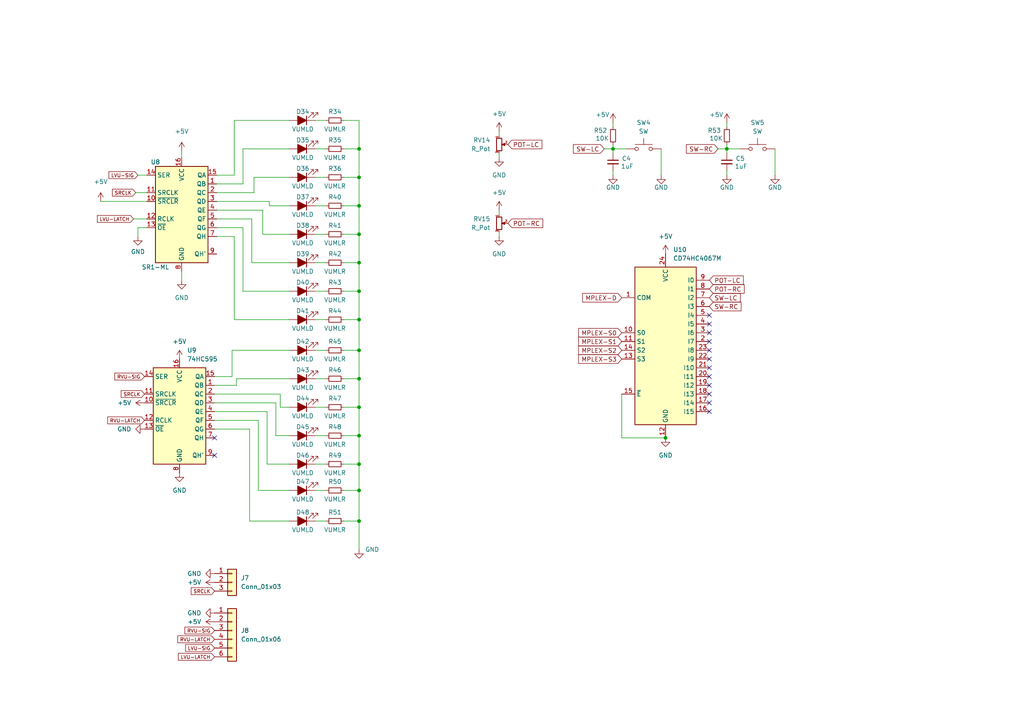
<source format=kicad_sch>
(kicad_sch (version 20231120) (generator "eeschema") (generator_version "8.0")
  (paper "A4")
  (lib_symbols
    (symbol "74xx:74HC595"
      (property "Reference" "U" (at -7.62 13.97 0))
      (property "Value" "74HC595" (at -7.62 -16.51 0))
      (symbol "74HC595_1_0"
        (pin tri_state line (at 10.16 7.62 180) (length 2.54) (name "QB") (number "1"))
        (pin input line (at -10.16 2.54 0) (length 2.54) (name "~{SRCLR}") (number "10"))
        (pin input line (at -10.16 5.08 0) (length 2.54) (name "SRCLK") (number "11"))
        (pin input line (at -10.16 -2.54 0) (length 2.54) (name "RCLK") (number "12"))
        (pin input line (at -10.16 -5.08 0) (length 2.54) (name "~{OE}") (number "13"))
        (pin input line (at -10.16 10.16 0) (length 2.54) (name "SER") (number "14"))
        (pin tri_state line (at 10.16 10.16 180) (length 2.54) (name "QA") (number "15"))
        (pin power_in line (at 0 15.24 270) (length 2.54) (name "VCC") (number "16"))
        (pin tri_state line (at 10.16 5.08 180) (length 2.54) (name "QC") (number "2"))
        (pin tri_state line (at 10.16 2.54 180) (length 2.54) (name "QD") (number "3"))
        (pin tri_state line (at 10.16 0 180) (length 2.54) (name "QE") (number "4"))
        (pin tri_state line (at 10.16 -2.54 180) (length 2.54) (name "QF") (number "5"))
        (pin tri_state line (at 10.16 -5.08 180) (length 2.54) (name "QG") (number "6"))
        (pin tri_state line (at 10.16 -7.62 180) (length 2.54) (name "QH") (number "7"))
        (pin power_in line (at 0 -17.78 90) (length 2.54) (name "GND") (number "8"))
        (pin output line (at 10.16 -12.7 180) (length 2.54) (name "QH'") (number "9"))
      )
      (symbol "74HC595_1_1"
        (rectangle (start -7.62 12.7) (end 7.62 -15.24) (stroke (width 0.254)) (fill (type background)))
      )
    )
    (symbol "74xx:CD74HC4067M"
      (property "Reference" "U" (at -8.89 22.86 0))
      (property "Value" "CD74HC4067M" (at 1.27 22.86 0))
      (symbol "CD74HC4067M_0_1"
        (rectangle (start -8.89 21.59) (end 8.89 -24.13) (stroke (width 0.254)) (fill (type background)))
      )
      (symbol "CD74HC4067M_1_1"
        (pin passive line (at -12.7 12.7 0) (length 3.81) (name "COM") (number "1"))
        (pin input line (at -12.7 2.54 0) (length 3.81) (name "S0") (number "10"))
        (pin input line (at -12.7 0 0) (length 3.81) (name "S1") (number "11"))
        (pin power_in line (at 0 -27.94 90) (length 3.81) (name "GND") (number "12"))
        (pin input line (at -12.7 -5.08 0) (length 3.81) (name "S3") (number "13"))
        (pin input line (at -12.7 -2.54 0) (length 3.81) (name "S2") (number "14"))
        (pin input line (at -12.7 -15.24 0) (length 3.81) (name "~{E}") (number "15"))
        (pin passive line (at 12.7 -20.32 180) (length 3.81) (name "I15") (number "16"))
        (pin passive line (at 12.7 -17.78 180) (length 3.81) (name "I14") (number "17"))
        (pin passive line (at 12.7 -15.24 180) (length 3.81) (name "I13") (number "18"))
        (pin passive line (at 12.7 -12.7 180) (length 3.81) (name "I12") (number "19"))
        (pin passive line (at 12.7 0 180) (length 3.81) (name "I7") (number "2"))
        (pin passive line (at 12.7 -10.16 180) (length 3.81) (name "I11") (number "20"))
        (pin passive line (at 12.7 -7.62 180) (length 3.81) (name "I10") (number "21"))
        (pin passive line (at 12.7 -5.08 180) (length 3.81) (name "I9") (number "22"))
        (pin passive line (at 12.7 -2.54 180) (length 3.81) (name "I8") (number "23"))
        (pin power_in line (at 0 25.4 270) (length 3.81) (name "VCC") (number "24"))
        (pin passive line (at 12.7 2.54 180) (length 3.81) (name "I6") (number "3"))
        (pin passive line (at 12.7 5.08 180) (length 3.81) (name "I5") (number "4"))
        (pin passive line (at 12.7 7.62 180) (length 3.81) (name "I4") (number "5"))
        (pin passive line (at 12.7 10.16 180) (length 3.81) (name "I3") (number "6"))
        (pin passive line (at 12.7 12.7 180) (length 3.81) (name "I2") (number "7"))
        (pin passive line (at 12.7 15.24 180) (length 3.81) (name "I1") (number "8"))
        (pin passive line (at 12.7 17.78 180) (length 3.81) (name "I0") (number "9"))
      )
    )
    (symbol "Connector_Generic:Conn_01x03" (pin_names (offset 1.016) hide)
      (property "Reference" "J" (at 0 5.08 0))
      (property "Value" "Conn_01x03" (at 0 -5.08 0))
      (symbol "Conn_01x03_1_1"
        (rectangle (start -1.27 -2.413) (end 0 -2.667) (stroke (width 0.1524)))
        (rectangle (start -1.27 0.127) (end 0 -0.127) (stroke (width 0.1524)))
        (rectangle (start -1.27 2.667) (end 0 2.413) (stroke (width 0.1524)))
        (rectangle (start -1.27 3.81) (end 1.27 -3.81) (stroke (width 0.254)) (fill (type background)))
        (pin passive line (at -5.08 2.54 0) (length 3.81) (name "Pin_1") (number "1"))
        (pin passive line (at -5.08 0 0) (length 3.81) (name "Pin_2") (number "2"))
        (pin passive line (at -5.08 -2.54 0) (length 3.81) (name "Pin_3") (number "3"))
      )
    )
    (symbol "Connector_Generic:Conn_01x06" (pin_names (offset 1.016) hide)
      (property "Reference" "J" (at 0 7.62 0))
      (property "Value" "Conn_01x06" (at 0 -10.16 0))
      (symbol "Conn_01x06_1_1"
        (rectangle (start -1.27 -7.493) (end 0 -7.747) (stroke (width 0.1524)))
        (rectangle (start -1.27 -4.953) (end 0 -5.207) (stroke (width 0.1524)))
        (rectangle (start -1.27 -2.413) (end 0 -2.667) (stroke (width 0.1524)))
        (rectangle (start -1.27 0.127) (end 0 -0.127) (stroke (width 0.1524)))
        (rectangle (start -1.27 2.667) (end 0 2.413) (stroke (width 0.1524)))
        (rectangle (start -1.27 5.207) (end 0 4.953) (stroke (width 0.1524)))
        (rectangle (start -1.27 6.35) (end 1.27 -8.89) (stroke (width 0.254)) (fill (type background)))
        (pin passive line (at -5.08 5.08 0) (length 3.81) (name "Pin_1") (number "1"))
        (pin passive line (at -5.08 2.54 0) (length 3.81) (name "Pin_2") (number "2"))
        (pin passive line (at -5.08 0 0) (length 3.81) (name "Pin_3") (number "3"))
        (pin passive line (at -5.08 -2.54 0) (length 3.81) (name "Pin_4") (number "4"))
        (pin passive line (at -5.08 -5.08 0) (length 3.81) (name "Pin_5") (number "5"))
        (pin passive line (at -5.08 -7.62 0) (length 3.81) (name "Pin_6") (number "6"))
      )
    )
    (symbol "Device:C_Small" (pin_numbers hide) (pin_names (offset 0.254) hide)
      (property "Reference" "C" (at 0.254 1.778 0))
      (property "Value" "C_Small" (at 0.254 -2.032 0))
      (symbol "C_Small_0_1"
        (polyline (pts (xy -1.524 -0.508) (xy 1.524 -0.508)) (stroke (width 0.3302)))
        (polyline (pts (xy -1.524 0.508) (xy 1.524 0.508)) (stroke (width 0.3048)))
      )
      (symbol "C_Small_1_1"
        (pin passive line (at 0 2.54 270) (length 2.032) (name "~") (number "1"))
        (pin passive line (at 0 -2.54 90) (length 2.032) (name "~") (number "2"))
      )
    )
    (symbol "Device:LED_Filled" (pin_numbers hide) (pin_names (offset 1.016) hide)
      (property "Reference" "D" (at 0 2.54 0))
      (property "Value" "LED_Filled" (at 0 -2.54 0))
      (symbol "LED_Filled_0_1"
        (polyline (pts (xy -1.27 -1.27) (xy -1.27 1.27)) (stroke (width 0.254)))
        (polyline (pts (xy -1.27 0) (xy 1.27 0)))
        (polyline (pts (xy 1.27 -1.27) (xy 1.27 1.27) (xy -1.27 0) (xy 1.27 -1.27)) (stroke (width 0.254)) (fill (type outline)))
        (polyline (pts (xy -3.048 -0.762) (xy -4.572 -2.286) (xy -3.81 -2.286) (xy -4.572 -2.286) (xy -4.572 -1.524)))
        (polyline (pts (xy -1.778 -0.762) (xy -3.302 -2.286) (xy -2.54 -2.286) (xy -3.302 -2.286) (xy -3.302 -1.524)))
      )
      (symbol "LED_Filled_1_1"
        (pin passive line (at -3.81 0 0) (length 2.54) (name "K") (number "1"))
        (pin passive line (at 3.81 0 180) (length 2.54) (name "A") (number "2"))
      )
    )
    (symbol "Device:R_Potentiometer_Small" (pin_names (offset 1.016) hide)
      (property "Reference" "RV" (at -4.445 0 90))
      (property "Value" "R_Potentiometer_Small" (at -2.54 0 90))
      (symbol "R_Potentiometer_Small_0_1"
        (polyline (pts (xy 0.889 0) (xy 0.635 0) (xy 1.651 0.381) (xy 1.651 -0.381) (xy 0.635 0) (xy 0.889 0)) (fill (type outline)))
        (rectangle (start 0.762 1.8034) (end -0.762 -1.8034) (stroke (width 0.254)))
      )
      (symbol "R_Potentiometer_Small_1_1"
        (pin passive line (at 0 2.54 270) (length 0.635) (name "1") (number "1"))
        (pin passive line (at 2.54 0 180) (length 0.9906) (name "2") (number "2"))
        (pin passive line (at 0 -2.54 90) (length 0.635) (name "3") (number "3"))
      )
    )
    (symbol "Device:R_Small" (pin_numbers hide) (pin_names (offset 0.254) hide)
      (property "Reference" "R" (at 0.762 0.508 0))
      (property "Value" "R_Small" (at 0.762 -1.016 0))
      (symbol "R_Small_0_1"
        (rectangle (start -0.762 1.778) (end 0.762 -1.778) (stroke (width 0.2032)))
      )
      (symbol "R_Small_1_1"
        (pin passive line (at 0 2.54 270) (length 0.762) (name "~") (number "1"))
        (pin passive line (at 0 -2.54 90) (length 0.762) (name "~") (number "2"))
      )
    )
    (symbol "Switch:SW_Push" (pin_numbers hide) (pin_names (offset 1.016) hide)
      (property "Reference" "SW" (at 1.27 2.54 0))
      (property "Value" "SW_Push" (at 0 -1.524 0))
      (symbol "SW_Push_0_1"
        (circle (center -2.032 0) (radius 0.508))
        (polyline (pts (xy 0 1.27) (xy 0 3.048)))
        (polyline (pts (xy 2.54 1.27) (xy -2.54 1.27)))
        (circle (center 2.032 0) (radius 0.508))
        (pin passive line (at -5.08 0 0) (length 2.54) (name "1") (number "1"))
        (pin passive line (at 5.08 0 180) (length 2.54) (name "2") (number "2"))
      )
    )
    (symbol "power:+5V" (power) (pin_names (offset 0))
      (property "Value" "+5V" (at 0 3.556 0))
      (symbol "+5V_0_1"
        (polyline (pts (xy -0.762 1.27) (xy 0 2.54)))
        (polyline (pts (xy 0 0) (xy 0 2.54)))
        (polyline (pts (xy 0 2.54) (xy 0.762 1.27)))
      )
      (symbol "+5V_1_1"
        (pin power_in line (at 0 0 90) (length 0) hide (name "+5V") (number "1"))
      )
    )
    (symbol "power:GND" (power) (pin_names (offset 0))
      (property "Value" "GND" (at 0 -3.81 0))
      (symbol "GND_0_1"
        (polyline (pts (xy 0 0) (xy 0 -1.27) (xy 1.27 -1.27) (xy 0 -2.54) (xy -1.27 -1.27) (xy 0 -1.27)))
      )
      (symbol "GND_1_1"
        (pin power_in line (at 0 0 270) (length 0) hide (name "GND") (number "1"))
      )
    )
  )
  (junction (at 104.14 126.365) (diameter 0.9144))
  (junction (at 177.8 43.18))
  (junction (at 104.14 76.2) (diameter 0.9144))
  (junction (at 104.14 151.13) (diameter 0.9144))
  (junction (at 104.14 84.455) (diameter 0.9144))
  (junction (at 104.14 92.71) (diameter 0.9144))
  (junction (at 104.14 51.435) (diameter 0.9144))
  (junction (at 104.14 134.62) (diameter 0.9144))
  (junction (at 193.04 127))
  (junction (at 104.14 142.24))
  (junction (at 104.14 101.6) (diameter 0.9144))
  (junction (at 104.14 59.69) (diameter 0.9144))
  (junction (at 104.14 118.11) (diameter 0.9144))
  (junction (at 104.14 67.945) (diameter 0.9144))
  (junction (at 210.82 43.18))
  (junction (at 104.14 43.18) (diameter 0.9144))
  (junction (at 104.14 109.855) (diameter 0.9144))
  (no_connect (at 205.74 104.14))
  (no_connect (at 205.74 119.38))
  (no_connect (at 205.74 106.68))
  (no_connect (at 205.74 99.06))
  (no_connect (at 205.74 93.98))
  (no_connect (at 62.23 127))
  (no_connect (at 205.74 96.52))
  (no_connect (at 205.74 109.22))
  (no_connect (at 205.74 111.76))
  (no_connect (at 205.74 101.6))
  (no_connect (at 205.74 91.44))
  (no_connect (at 205.74 116.84))
  (no_connect (at 62.23 132.08))
  (no_connect (at 205.74 114.3))
  (wire (pts (xy 74.93 142.24) (xy 83.82 142.24)))
  (wire (pts (xy 99.695 118.11) (xy 104.14 118.11)))
  (wire (pts (xy 99.695 43.18) (xy 104.14 43.18)))
  (wire (pts (xy 83.82 134.62) (xy 77.47 134.62)))
  (wire (pts (xy 91.44 67.945) (xy 94.615 67.945)))
  (wire (pts (xy 62.865 60.96) (xy 76.2 60.96)))
  (wire (pts (xy 104.14 151.13) (xy 104.14 159.385)))
  (wire (pts (xy 40.005 66.04) (xy 42.545 66.04)))
  (wire (pts (xy 73.025 76.2) (xy 83.82 76.2)))
  (wire (pts (xy 144.78 60.96) (xy 144.78 62.23)))
  (wire (pts (xy 177.8 44.45) (xy 177.8 43.18)))
  (wire (pts (xy 91.44 59.69) (xy 94.615 59.69)))
  (wire (pts (xy 62.23 124.46) (xy 72.39 124.46)))
  (wire (pts (xy 104.14 43.18) (xy 104.14 51.435)))
  (wire (pts (xy 91.44 109.855) (xy 94.615 109.855)))
  (wire (pts (xy 91.44 118.11) (xy 94.615 118.11)))
  (wire (pts (xy 91.44 43.18) (xy 94.615 43.18)))
  (wire (pts (xy 91.44 84.455) (xy 94.615 84.455)))
  (wire (pts (xy 81.28 118.11) (xy 83.82 118.11)))
  (wire (pts (xy 91.44 101.6) (xy 94.615 101.6)))
  (wire (pts (xy 62.865 53.34) (xy 70.485 53.34)))
  (wire (pts (xy 208.28 43.18) (xy 210.82 43.18)))
  (wire (pts (xy 62.23 109.22) (xy 67.31 109.22)))
  (wire (pts (xy 99.695 51.435) (xy 104.14 51.435)))
  (wire (pts (xy 91.44 126.365) (xy 94.615 126.365)))
  (wire (pts (xy 99.695 109.855) (xy 104.14 109.855)))
  (wire (pts (xy 62.23 119.38) (xy 77.47 119.38)))
  (wire (pts (xy 70.485 53.34) (xy 70.485 43.18)))
  (wire (pts (xy 177.8 43.18) (xy 177.8 41.91)))
  (wire (pts (xy 210.82 43.18) (xy 214.63 43.18)))
  (wire (pts (xy 67.945 92.71) (xy 83.82 92.71)))
  (wire (pts (xy 62.23 114.3) (xy 81.28 114.3)))
  (wire (pts (xy 52.705 78.74) (xy 52.705 81.28)))
  (wire (pts (xy 67.945 34.925) (xy 67.945 50.8)))
  (wire (pts (xy 40.005 50.8) (xy 42.545 50.8)))
  (wire (pts (xy 81.28 114.3) (xy 81.28 118.11)))
  (wire (pts (xy 68.58 109.855) (xy 68.58 111.76)))
  (wire (pts (xy 83.82 109.855) (xy 68.58 109.855)))
  (wire (pts (xy 70.485 43.18) (xy 83.82 43.18)))
  (wire (pts (xy 62.865 63.5) (xy 73.025 63.5)))
  (wire (pts (xy 80.01 126.365) (xy 83.82 126.365)))
  (wire (pts (xy 91.44 92.71) (xy 94.615 92.71)))
  (wire (pts (xy 99.695 126.365) (xy 104.14 126.365)))
  (wire (pts (xy 62.23 111.76) (xy 68.58 111.76)))
  (wire (pts (xy 62.865 58.42) (xy 78.105 58.42)))
  (wire (pts (xy 104.14 109.855) (xy 104.14 118.11)))
  (wire (pts (xy 99.695 101.6) (xy 104.14 101.6)))
  (wire (pts (xy 180.34 127) (xy 193.04 127)))
  (wire (pts (xy 91.44 142.24) (xy 94.615 142.24)))
  (wire (pts (xy 91.44 134.62) (xy 94.615 134.62)))
  (wire (pts (xy 180.34 114.3) (xy 180.34 127)))
  (wire (pts (xy 70.485 66.04) (xy 70.485 84.455)))
  (wire (pts (xy 210.82 35.56) (xy 210.82 36.83)))
  (wire (pts (xy 104.14 67.945) (xy 104.14 76.2)))
  (wire (pts (xy 67.945 50.8) (xy 62.865 50.8)))
  (wire (pts (xy 104.14 76.2) (xy 104.14 84.455)))
  (wire (pts (xy 52.705 43.815) (xy 52.705 45.72)))
  (wire (pts (xy 104.14 84.455) (xy 104.14 92.71)))
  (wire (pts (xy 144.78 44.45) (xy 144.78 45.72)))
  (wire (pts (xy 104.14 92.71) (xy 104.14 101.6)))
  (wire (pts (xy 104.14 59.69) (xy 104.14 67.945)))
  (wire (pts (xy 99.695 67.945) (xy 104.14 67.945)))
  (wire (pts (xy 67.945 68.58) (xy 67.945 92.71)))
  (wire (pts (xy 78.105 59.69) (xy 83.82 59.69)))
  (wire (pts (xy 99.695 151.13) (xy 104.14 151.13)))
  (wire (pts (xy 62.23 121.92) (xy 74.93 121.92)))
  (wire (pts (xy 104.14 34.925) (xy 104.14 43.18)))
  (wire (pts (xy 62.865 55.88) (xy 73.66 55.88)))
  (wire (pts (xy 76.2 60.96) (xy 76.2 67.945)))
  (wire (pts (xy 67.31 101.6) (xy 67.31 109.22)))
  (wire (pts (xy 80.01 116.84) (xy 80.01 126.365)))
  (wire (pts (xy 91.44 34.925) (xy 94.615 34.925)))
  (wire (pts (xy 74.93 121.92) (xy 74.93 142.24)))
  (wire (pts (xy 83.82 101.6) (xy 67.31 101.6)))
  (wire (pts (xy 99.695 84.455) (xy 104.14 84.455)))
  (wire (pts (xy 224.79 43.18) (xy 224.79 50.8)))
  (wire (pts (xy 177.8 49.53) (xy 177.8 50.8)))
  (wire (pts (xy 91.44 151.13) (xy 94.615 151.13)))
  (wire (pts (xy 210.82 43.18) (xy 210.82 41.91)))
  (wire (pts (xy 104.14 51.435) (xy 104.14 59.69)))
  (wire (pts (xy 104.14 118.11) (xy 104.14 126.365)))
  (wire (pts (xy 77.47 119.38) (xy 77.47 134.62)))
  (wire (pts (xy 38.735 63.5) (xy 42.545 63.5)))
  (wire (pts (xy 210.82 49.53) (xy 210.82 50.8)))
  (wire (pts (xy 62.23 116.84) (xy 80.01 116.84)))
  (wire (pts (xy 191.77 43.18) (xy 191.77 50.8)))
  (wire (pts (xy 83.82 34.925) (xy 67.945 34.925)))
  (wire (pts (xy 76.2 67.945) (xy 83.82 67.945)))
  (wire (pts (xy 99.695 134.62) (xy 104.14 134.62)))
  (wire (pts (xy 72.39 124.46) (xy 72.39 151.13)))
  (wire (pts (xy 73.66 51.435) (xy 83.82 51.435)))
  (wire (pts (xy 91.44 51.435) (xy 94.615 51.435)))
  (wire (pts (xy 99.695 34.925) (xy 104.14 34.925)))
  (wire (pts (xy 144.78 38.1) (xy 144.78 39.37)))
  (wire (pts (xy 62.865 66.04) (xy 70.485 66.04)))
  (wire (pts (xy 175.26 43.18) (xy 177.8 43.18)))
  (wire (pts (xy 99.695 59.69) (xy 104.14 59.69)))
  (wire (pts (xy 144.78 67.31) (xy 144.78 68.58)))
  (wire (pts (xy 73.025 63.5) (xy 73.025 76.2)))
  (wire (pts (xy 40.005 68.58) (xy 40.005 66.04)))
  (wire (pts (xy 210.82 44.45) (xy 210.82 43.18)))
  (wire (pts (xy 99.695 92.71) (xy 104.14 92.71)))
  (wire (pts (xy 29.21 58.42) (xy 42.545 58.42)))
  (wire (pts (xy 91.44 76.2) (xy 94.615 76.2)))
  (wire (pts (xy 99.695 142.24) (xy 104.14 142.24)))
  (wire (pts (xy 39.37 55.88) (xy 42.545 55.88)))
  (wire (pts (xy 70.485 84.455) (xy 83.82 84.455)))
  (wire (pts (xy 73.66 55.88) (xy 73.66 51.435)))
  (wire (pts (xy 104.14 101.6) (xy 104.14 109.855)))
  (wire (pts (xy 104.14 142.24) (xy 104.14 151.13)))
  (wire (pts (xy 72.39 151.13) (xy 83.82 151.13)))
  (wire (pts (xy 99.695 76.2) (xy 104.14 76.2)))
  (wire (pts (xy 104.14 134.62) (xy 104.14 142.24)))
  (wire (pts (xy 62.865 68.58) (xy 67.945 68.58)))
  (wire (pts (xy 104.14 126.365) (xy 104.14 134.62)))
  (wire (pts (xy 78.105 58.42) (xy 78.105 59.69)))
  (wire (pts (xy 177.8 43.18) (xy 181.61 43.18)))
  (wire (pts (xy 177.8 35.56) (xy 177.8 36.83)))
  (global_label "SW-RC" (shape input) (at 208.28 43.18 180) (property "Intersheetrefs" "${INTERSHEET_REFS}" (effects (hide yes))))
  (global_label "POT-RC" (shape input) (at 205.74 83.82 0) (property "Intersheetrefs" "${INTERSHEET_REFS}" (effects (hide yes))))
  (global_label "POT-LC" (shape input) (at 147.32 41.91 0) (property "Intersheetrefs" "${INTERSHEET_REFS}" (effects (hide yes))))
  (global_label "POT-LC" (shape input) (at 205.74 81.28 0) (property "Intersheetrefs" "${INTERSHEET_REFS}" (effects (hide yes))))
  (global_label "LVU-SIG" (shape input) (at 62.23 187.96 180) (effects (font (size 1.016 1.016))) (property "Intersheetrefs" "${INTERSHEET_REFS}" (effects (hide yes))))
  (global_label "RVU-SIG" (shape input) (at 41.91 109.22 180) (effects (font (size 1.016 1.016))) (property "Intersheetrefs" "${INTERSHEET_REFS}" (effects (hide yes))))
  (global_label "RVU-LATCH" (shape input) (at 41.91 121.92 180) (effects (font (size 1.016 1.016))) (property "Intersheetrefs" "${INTERSHEET_REFS}" (effects (hide yes))))
  (global_label "MPLEX-S3" (shape input) (at 180.34 104.14 180) (property "Intersheetrefs" "${INTERSHEET_REFS}" (effects (hide yes))))
  (global_label "SRCLK" (shape input) (at 39.37 55.88 180) (effects (font (size 1.016 1.016))) (property "Intersheetrefs" "${INTERSHEET_REFS}" (effects (hide yes))))
  (global_label "SW-LC" (shape input) (at 175.26 43.18 180) (property "Intersheetrefs" "${INTERSHEET_REFS}" (effects (hide yes))))
  (global_label "MPLEX-S1" (shape input) (at 180.34 99.06 180) (property "Intersheetrefs" "${INTERSHEET_REFS}" (effects (hide yes))))
  (global_label "MPLEX-S0" (shape input) (at 180.34 96.52 180) (property "Intersheetrefs" "${INTERSHEET_REFS}" (effects (hide yes))))
  (global_label "RVU-LATCH" (shape input) (at 62.23 185.42 180) (effects (font (size 1.016 1.016))) (property "Intersheetrefs" "${INTERSHEET_REFS}" (effects (hide yes))))
  (global_label "SRCLK" (shape input) (at 41.91 114.3 180) (effects (font (size 1.016 1.016))) (property "Intersheetrefs" "${INTERSHEET_REFS}" (effects (hide yes))))
  (global_label "LVU-SIG" (shape input) (at 40.005 50.8 180) (effects (font (size 1.016 1.016))) (property "Intersheetrefs" "${INTERSHEET_REFS}" (effects (hide yes))))
  (global_label "SRCLK" (shape input) (at 62.23 171.45 180) (effects (font (size 1.016 1.016))) (property "Intersheetrefs" "${INTERSHEET_REFS}" (effects (hide yes))))
  (global_label "MPLEX-S2" (shape input) (at 180.34 101.6 180) (property "Intersheetrefs" "${INTERSHEET_REFS}" (effects (hide yes))))
  (global_label "MPLEX-D" (shape input) (at 180.34 86.36 180) (property "Intersheetrefs" "${INTERSHEET_REFS}" (effects (hide yes))))
  (global_label "SW-RC" (shape input) (at 205.74 88.9 0) (property "Intersheetrefs" "${INTERSHEET_REFS}" (effects (hide yes))))
  (global_label "LVU-LATCH" (shape input) (at 62.23 190.5 180) (effects (font (size 1.016 1.016))) (property "Intersheetrefs" "${INTERSHEET_REFS}" (effects (hide yes))))
  (global_label "RVU-SIG" (shape input) (at 62.23 182.88 180) (effects (font (size 1.016 1.016))) (property "Intersheetrefs" "${INTERSHEET_REFS}" (effects (hide yes))))
  (global_label "LVU-LATCH" (shape input) (at 38.735 63.5 180) (effects (font (size 1.016 1.016))) (property "Intersheetrefs" "${INTERSHEET_REFS}" (effects (hide yes))))
  (global_label "POT-RC" (shape input) (at 147.32 64.77 0) (property "Intersheetrefs" "${INTERSHEET_REFS}" (effects (hide yes))))
  (global_label "SW-LC" (shape input) (at 205.74 86.36 0) (property "Intersheetrefs" "${INTERSHEET_REFS}" (effects (hide yes))))
  (symbol (lib_id "power:GND") (at 193.04 127 0) (mirror y) (unit 1)
    (property "Reference" "#PWR095" (effects (hide yes)))
    (property "Value" "GND" (at 193.04 132.08 0))
    (property "Description" "Power symbol creates a global label with name \"GND\" , ground" (effects (hide yes)))
  )
  (symbol (lib_id "Device:LED_Filled") (at 87.63 134.62 180) (unit 1)
    (property "Reference" "D46" (at 87.8205 132.08 0))
    (property "Value" "VUMLD" (at 87.8205 137.16 0))
    (property "Footprint" "Library:LED_GREEN" (effects (hide yes)))
  )
  (symbol (lib_id "power:+5V") (at 144.78 60.96 0) (unit 1)
    (property "Reference" "#PWR086" (effects (hide yes)))
    (property "Value" "+5V" (at 144.78 55.88 0))
    (property "Description" "Power symbol creates a global label with name \"+5V\"" (effects (hide yes)))
  )
  (symbol (lib_id "power:GND") (at 41.91 124.46 270) (unit 1)
    (property "Reference" "#PWR074" (effects (hide yes)))
    (property "Value" "GND" (at 38.1 124.4599 90) (effects (justify right)))
  )
  (symbol (lib_id "Device:LED_Filled") (at 87.63 101.6 180) (unit 1)
    (property "Reference" "D42" (at 87.8205 99.06 0))
    (property "Value" "VUMLD" (at 87.8205 104.14 0))
    (property "Footprint" "Library:LED_GREEN" (effects (hide yes)))
  )
  (symbol (lib_id "Device:LED_Filled") (at 87.63 151.13 180) (unit 1)
    (property "Reference" "D48" (at 87.8205 148.59 0))
    (property "Value" "VUMLD" (at 87.8205 153.67 0))
    (property "Footprint" "Library:LED_GREEN" (effects (hide yes)))
  )
  (symbol (lib_id "Device:R_Small") (at 97.155 92.71 270) (unit 1)
    (property "Reference" "R44" (at 97.155 90.17 90))
    (property "Value" "VUMLR" (at 97.155 95.25 90))
    (property "Footprint" "Resistor_SMD:R_1206_3216Metric_Pad1.30x1.75mm_HandSolder" (effects (hide yes)))
  )
  (symbol (lib_id "Device:R_Small") (at 97.155 126.365 270) (unit 1)
    (property "Reference" "R48" (at 97.155 123.825 90))
    (property "Value" "VUMLR" (at 97.155 128.905 90))
    (property "Footprint" "Resistor_SMD:R_1206_3216Metric_Pad1.30x1.75mm_HandSolder" (effects (hide yes)))
  )
  (symbol (lib_id "Device:R_Small") (at 97.155 76.2 270) (unit 1)
    (property "Reference" "R42" (at 97.155 73.66 90))
    (property "Value" "VUMLR" (at 97.155 78.74 90))
    (property "Footprint" "Resistor_SMD:R_1206_3216Metric_Pad1.30x1.75mm_HandSolder" (effects (hide yes)))
  )
  (symbol (lib_id "power:GND") (at 144.78 68.58 0) (mirror y) (unit 1)
    (property "Reference" "#PWR087" (effects (hide yes)))
    (property "Value" "GND" (at 144.78 73.66 0))
    (property "Description" "Power symbol creates a global label with name \"GND\" , ground" (effects (hide yes)))
  )
  (symbol (lib_id "power:GND") (at 224.79 50.8 0) (mirror y) (unit 1)
    (property "Reference" "#PWR093" (effects (hide yes)))
    (property "Value" "GND" (at 224.79 54.356 0))
    (property "Description" "Power symbol creates a global label with name \"GND\" , ground" (effects (hide yes)))
  )
  (symbol (lib_id "power:GND") (at 144.78 45.72 0) (mirror y) (unit 1)
    (property "Reference" "#PWR085" (effects (hide yes)))
    (property "Value" "GND" (at 144.78 50.8 0))
    (property "Description" "Power symbol creates a global label with name \"GND\" , ground" (effects (hide yes)))
  )
  (symbol (lib_id "power:+5V") (at 62.23 180.34 90) (unit 1)
    (property "Reference" "#PWR083" (effects (hide yes)))
    (property "Value" "+5V" (at 58.42 180.3399 90) (effects (justify left)))
  )
  (symbol (lib_id "Switch:SW_Push") (at 219.71 43.18 0) (unit 1)
    (property "Reference" "SW5" (at 219.71 35.56 0))
    (property "Value" "SW" (at 219.71 38.1 0))
    (property "Description" "Push button switch, generic, two pins" (effects (hide yes)))
  )
  (symbol (lib_id "Device:R_Small") (at 97.155 84.455 270) (unit 1)
    (property "Reference" "R43" (at 97.155 81.915 90))
    (property "Value" "VUMLR" (at 97.155 86.995 90))
    (property "Footprint" "Resistor_SMD:R_1206_3216Metric_Pad1.30x1.75mm_HandSolder" (effects (hide yes)))
  )
  (symbol (lib_id "Device:LED_Filled") (at 87.63 67.945 180) (unit 1)
    (property "Reference" "D38" (at 87.8205 65.405 0))
    (property "Value" "VUMLD" (at 87.8205 70.485 0))
    (property "Footprint" "Library:LED_YELLOW" (effects (hide yes)))
  )
  (symbol (lib_id "power:+5V") (at 41.91 116.84 90) (unit 1)
    (property "Reference" "#PWR072" (effects (hide yes)))
    (property "Value" "+5V" (at 38.1 116.8399 90) (effects (justify left)))
  )
  (symbol (lib_id "Device:LED_Filled") (at 87.63 92.71 180) (unit 1)
    (property "Reference" "D41" (at 87.8205 90.17 0))
    (property "Value" "VUMLD" (at 87.8205 95.25 0))
    (property "Footprint" "Library:LED_GREEN" (effects (hide yes)))
  )
  (symbol (lib_id "Device:LED_Filled") (at 87.63 59.69 180) (unit 1)
    (property "Reference" "D37" (at 87.8205 57.15 0))
    (property "Value" "VUMLD" (at 87.8205 62.23 0))
    (property "Footprint" "Library:LED_YELLOW" (effects (hide yes)))
  )
  (symbol (lib_id "power:+5V") (at 144.78 38.1 0) (unit 1)
    (property "Reference" "#PWR084" (effects (hide yes)))
    (property "Value" "+5V" (at 144.78 33.02 0))
    (property "Description" "Power symbol creates a global label with name \"+5V\"" (effects (hide yes)))
  )
  (symbol (lib_id "power:GND") (at 104.14 159.385 0) (unit 1)
    (property "Reference" "#PWR081" (effects (hide yes)))
    (property "Value" "GND" (at 107.95 159.385 0))
  )
  (symbol (lib_id "power:+5V") (at 52.705 43.815 0) (unit 1)
    (property "Reference" "#PWR075" (effects (hide yes)))
    (property "Value" "+5V" (at 52.705 38.1 0))
  )
  (symbol (lib_id "power:GND") (at 177.8 50.8 0) (mirror y) (unit 1)
    (property "Reference" "#PWR089" (effects (hide yes)))
    (property "Value" "GND" (at 177.8 54.356 0))
    (property "Description" "Power symbol creates a global label with name \"GND\" , ground" (effects (hide yes)))
  )
  (symbol (lib_id "power:+5V") (at 52.07 104.14 0) (unit 1)
    (property "Reference" "#PWR077" (effects (hide yes)))
    (property "Value" "+5V" (at 52.07 99.06 0))
  )
  (symbol (lib_id "power:+5V") (at 62.23 168.91 90) (unit 1)
    (property "Reference" "#PWR080" (effects (hide yes)))
    (property "Value" "+5V" (at 58.42 168.9099 90) (effects (justify left)))
  )
  (symbol (lib_id "power:GND") (at 62.23 177.8 270) (unit 1)
    (property "Reference" "#PWR082" (effects (hide yes)))
    (property "Value" "GND" (at 58.42 177.7999 90) (effects (justify right)))
  )
  (symbol (lib_id "Connector_Generic:Conn_01x03") (at 67.31 168.91 0) (unit 1)
    (property "Reference" "J7" (at 69.85 167.6399 0) (effects (justify left)))
    (property "Value" "Conn_01x03" (at 69.85 170.1799 0) (effects (justify left)))
    (property "Description" "Generic connector, single row, 01x03, script generated (kicad-library-utils/schlib/autogen/connector/)" (effects (hide yes)))
  )
  (symbol (lib_id "Device:LED_Filled") (at 87.63 84.455 180) (unit 1)
    (property "Reference" "D40" (at 87.8205 81.915 0))
    (property "Value" "VUMLD" (at 87.8205 86.995 0))
    (property "Footprint" "Library:LED_GREEN" (effects (hide yes)))
  )
  (symbol (lib_id "Device:R_Small") (at 210.82 39.37 0) (unit 1)
    (property "Reference" "R53" (at 205.232 37.846 0) (effects (justify left)))
    (property "Value" "10K" (at 205.74 40.132 0) (effects (justify left)))
    (property "Description" "Resistor, small symbol" (effects (hide yes)))
  )
  (symbol (lib_id "74xx:74HC595") (at 52.07 119.38 0) (unit 1)
    (property "Reference" "U9" (at 54.2641 101.6 0) (effects (justify left)))
    (property "Value" "74HC595" (at 54.2641 104.14 0) (effects (justify left)))
    (property "Datasheet" "http://www.ti.com/lit/ds/symlink/sn74hc595.pdf" (effects (hide yes)))
    (property "Description" "8-bit serial in/out Shift Register 3-State Outputs" (effects (hide yes)))
  )
  (symbol (lib_id "Switch:SW_Push") (at 186.69 43.18 0) (unit 1)
    (property "Reference" "SW4" (at 186.69 35.56 0))
    (property "Value" "SW" (at 186.69 38.1 0))
    (property "Description" "Push button switch, generic, two pins" (effects (hide yes)))
  )
  (symbol (lib_id "power:GND") (at 210.82 50.8 0) (mirror y) (unit 1)
    (property "Reference" "#PWR092" (effects (hide yes)))
    (property "Value" "GND" (at 210.82 54.356 0))
    (property "Description" "Power symbol creates a global label with name \"GND\" , ground" (effects (hide yes)))
  )
  (symbol (lib_id "Device:R_Small") (at 97.155 34.925 270) (unit 1)
    (property "Reference" "R34" (at 97.155 32.385 90))
    (property "Value" "VUMLR" (at 97.155 37.465 90))
    (property "Footprint" "Resistor_SMD:R_1206_3216Metric_Pad1.30x1.75mm_HandSolder" (effects (hide yes)))
  )
  (symbol (lib_id "Device:R_Small") (at 97.155 59.69 270) (unit 1)
    (property "Reference" "R40" (at 97.155 57.15 90))
    (property "Value" "VUMLR" (at 97.155 62.23 90))
    (property "Footprint" "Resistor_SMD:R_1206_3216Metric_Pad1.30x1.75mm_HandSolder" (effects (hide yes)))
  )
  (symbol (lib_id "power:GND") (at 191.77 50.8 0) (mirror y) (unit 1)
    (property "Reference" "#PWR090" (effects (hide yes)))
    (property "Value" "GND" (at 191.77 54.356 0))
    (property "Description" "Power symbol creates a global label with name \"GND\" , ground" (effects (hide yes)))
  )
  (symbol (lib_id "74xx:CD74HC4067M") (at 193.04 99.06 0) (unit 1)
    (property "Reference" "U10" (at 195.2341 72.39 0) (effects (justify left)))
    (property "Value" "CD74HC4067M" (at 195.2341 74.93 0) (effects (justify left)))
    (property "Footprint" "Package_SO:SOIC-24W_7.5x15.4mm_P1.27mm" (effects (hide yes)))
    (property "Datasheet" "http://www.ti.com/lit/ds/symlink/cd74hc4067.pdf" (effects (hide yes)))
    (property "Description" "High-Speed CMOS Logic 16-Channel Analog Multiplexer/Demultiplexer, SOIC-24" (effects (hide yes)))
  )
  (symbol (lib_id "Device:LED_Filled") (at 87.63 34.925 180) (unit 1)
    (property "Reference" "D34" (at 87.8205 32.385 0))
    (property "Value" "VUMLD" (at 87.8205 37.465 0))
    (property "Footprint" "Library:LED_RED" (effects (hide yes)))
  )
  (symbol (lib_id "power:+5V") (at 29.21 58.42 0) (unit 1)
    (property "Reference" "#PWR071" (effects (hide yes)))
    (property "Value" "+5V" (at 29.21 52.705 0))
  )
  (symbol (lib_id "Device:LED_Filled") (at 87.63 126.365 180) (unit 1)
    (property "Reference" "D45" (at 87.8205 123.825 0))
    (property "Value" "VUMLD" (at 87.8205 128.905 0))
    (property "Footprint" "Library:LED_GREEN" (effects (hide yes)))
  )
  (symbol (lib_id "Device:R_Small") (at 97.155 43.18 270) (unit 1)
    (property "Reference" "R35" (at 97.155 40.64 90))
    (property "Value" "VUMLR" (at 97.155 45.72 90))
    (property "Footprint" "Resistor_SMD:R_1206_3216Metric_Pad1.30x1.75mm_HandSolder" (effects (hide yes)))
  )
  (symbol (lib_id "Device:R_Small") (at 97.155 67.945 270) (unit 1)
    (property "Reference" "R41" (at 97.155 65.405 90))
    (property "Value" "VUMLR" (at 97.155 70.485 90))
    (property "Footprint" "Resistor_SMD:R_1206_3216Metric_Pad1.30x1.75mm_HandSolder" (effects (hide yes)))
  )
  (symbol (lib_id "power:GND") (at 52.705 81.28 0) (unit 1)
    (property "Reference" "#PWR076" (effects (hide yes)))
    (property "Value" "GND" (at 52.705 86.36 0))
  )
  (symbol (lib_id "Device:LED_Filled") (at 87.63 43.18 180) (unit 1)
    (property "Reference" "D35" (at 87.8205 40.64 0))
    (property "Value" "VUMLD" (at 87.8205 45.72 0))
    (property "Footprint" "Library:LED_RED" (effects (hide yes)))
  )
  (symbol (lib_id "power:GND") (at 40.005 68.58 0) (unit 1)
    (property "Reference" "#PWR073" (effects (hide yes)))
    (property "Value" "GND" (at 40.005 73.025 0))
  )
  (symbol (lib_id "Device:R_Small") (at 97.155 51.435 270) (unit 1)
    (property "Reference" "R36" (at 97.155 48.895 90))
    (property "Value" "VUMLR" (at 97.155 53.975 90))
    (property "Footprint" "Resistor_SMD:R_1206_3216Metric_Pad1.30x1.75mm_HandSolder" (effects (hide yes)))
  )
  (symbol (lib_id "Device:R_Small") (at 97.155 101.6 270) (unit 1)
    (property "Reference" "R45" (at 97.155 99.06 90))
    (property "Value" "VUMLR" (at 97.155 104.14 90))
    (property "Footprint" "Resistor_SMD:R_1206_3216Metric_Pad1.30x1.75mm_HandSolder" (effects (hide yes)))
  )
  (symbol (lib_id "Device:LED_Filled") (at 87.63 142.24 180) (unit 1)
    (property "Reference" "D47" (at 87.8205 139.7 0))
    (property "Value" "VUMLD" (at 87.8205 144.78 0))
    (property "Footprint" "Library:LED_GREEN" (effects (hide yes)))
  )
  (symbol (lib_id "power:GND") (at 52.07 137.16 0) (unit 1)
    (property "Reference" "#PWR078" (effects (hide yes)))
    (property "Value" "GND" (at 52.07 142.24 0))
  )
  (symbol (lib_id "Connector_Generic:Conn_01x06") (at 67.31 182.88 0) (unit 1)
    (property "Reference" "J8" (at 69.85 182.8799 0) (effects (justify left)))
    (property "Value" "Conn_01x06" (at 69.85 185.4199 0) (effects (justify left)))
    (property "Description" "Generic connector, single row, 01x06, script generated (kicad-library-utils/schlib/autogen/connector/)" (effects (hide yes)))
  )
  (symbol (lib_id "Device:LED_Filled") (at 87.63 51.435 180) (unit 1)
    (property "Reference" "D36" (at 87.8205 48.895 0))
    (property "Value" "VUMLD" (at 87.8205 53.975 0))
    (property "Footprint" "Library:LED_YELLOW" (effects (hide yes)))
  )
  (symbol (lib_id "Device:R_Small") (at 177.8 39.37 0) (unit 1)
    (property "Reference" "R52" (at 172.212 37.846 0) (effects (justify left)))
    (property "Value" "10K" (at 172.72 40.132 0) (effects (justify left)))
    (property "Description" "Resistor, small symbol" (effects (hide yes)))
  )
  (symbol (lib_id "power:+5V") (at 177.8 35.56 0) (unit 1)
    (property "Reference" "#PWR088" (effects (hide yes)))
    (property "Value" "+5V" (at 174.752 33.274 0))
    (property "Description" "Power symbol creates a global label with name \"+5V\"" (effects (hide yes)))
  )
  (symbol (lib_id "power:+5V") (at 210.82 35.56 0) (unit 1)
    (property "Reference" "#PWR091" (effects (hide yes)))
    (property "Value" "+5V" (at 207.772 33.274 0))
    (property "Description" "Power symbol creates a global label with name \"+5V\"" (effects (hide yes)))
  )
  (symbol (lib_id "Device:R_Small") (at 97.155 118.11 270) (unit 1)
    (property "Reference" "R47" (at 97.155 115.57 90))
    (property "Value" "VUMLR" (at 97.155 120.65 90))
    (property "Footprint" "Resistor_SMD:R_1206_3216Metric_Pad1.30x1.75mm_HandSolder" (effects (hide yes)))
  )
  (symbol (lib_id "74xx:74HC595") (at 52.705 60.96 0) (unit 1)
    (property "Reference" "U8" (at 45.085 46.99 0))
    (property "Value" "SR1-ML" (at 45.085 77.47 0))
    (property "Footprint" "Package_SO:SOIC-16_3.9x9.9mm_P1.27mm" (effects (hide yes)))
    (property "Datasheet" "http://www.ti.com/lit/ds/symlink/sn74hc595.pdf" (effects (hide yes)))
  )
  (symbol (lib_id "Device:R_Potentiometer_Small") (at 144.78 64.77 0) (unit 1)
    (property "Reference" "RV15" (at 142.24 63.4999 0) (effects (justify right)))
    (property "Value" "R_Pot" (at 142.24 66.0399 0) (effects (justify right)))
    (property "Description" "Potentiometer" (effects (hide yes)))
  )
  (symbol (lib_id "Device:R_Small") (at 97.155 151.13 270) (unit 1)
    (property "Reference" "R51" (at 97.155 148.59 90))
    (property "Value" "VUMLR" (at 97.155 153.67 90))
    (property "Footprint" "Resistor_SMD:R_1206_3216Metric_Pad1.30x1.75mm_HandSolder" (effects (hide yes)))
  )
  (symbol (lib_id "Device:R_Small") (at 97.155 142.24 270) (unit 1)
    (property "Reference" "R50" (at 97.155 139.7 90))
    (property "Value" "VUMLR" (at 97.155 144.78 90))
    (property "Footprint" "Resistor_SMD:R_1206_3216Metric_Pad1.30x1.75mm_HandSolder" (effects (hide yes)))
  )
  (symbol (lib_id "power:GND") (at 62.23 166.37 270) (unit 1)
    (property "Reference" "#PWR079" (effects (hide yes)))
    (property "Value" "GND" (at 58.42 166.3699 90) (effects (justify right)))
  )
  (symbol (lib_id "Device:R_Small") (at 97.155 109.855 270) (unit 1)
    (property "Reference" "R46" (at 97.155 107.315 90))
    (property "Value" "VUMLR" (at 97.155 112.395 90))
    (property "Footprint" "Resistor_SMD:R_1206_3216Metric_Pad1.30x1.75mm_HandSolder" (effects (hide yes)))
  )
  (symbol (lib_id "Device:C_Small") (at 177.8 46.99 0) (unit 1)
    (property "Reference" "C4" (at 180.34 45.974 0) (effects (justify left)))
    (property "Value" "1uF" (at 180.086 48.26 0) (effects (justify left)))
    (property "Description" "Unpolarized capacitor, small symbol" (effects (hide yes)))
  )
  (symbol (lib_id "Device:R_Small") (at 97.155 134.62 270) (unit 1)
    (property "Reference" "R49" (at 97.155 132.08 90))
    (property "Value" "VUMLR" (at 97.155 137.16 90))
    (property "Footprint" "Resistor_SMD:R_1206_3216Metric_Pad1.30x1.75mm_HandSolder" (effects (hide yes)))
  )
  (symbol (lib_id "Device:LED_Filled") (at 87.63 76.2 180) (unit 1)
    (property "Reference" "D39" (at 87.8205 73.66 0))
    (property "Value" "VUMLD" (at 87.8205 78.74 0))
    (property "Footprint" "Library:LED_YELLOW" (effects (hide yes)))
  )
  (symbol (lib_id "Device:LED_Filled") (at 87.63 109.855 180) (unit 1)
    (property "Reference" "D43" (at 87.8205 107.315 0))
    (property "Value" "VUMLD" (at 87.8205 112.395 0))
    (property "Footprint" "Library:LED_GREEN" (effects (hide yes)))
  )
  (symbol (lib_id "Device:R_Potentiometer_Small") (at 144.78 41.91 0) (unit 1)
    (property "Reference" "RV14" (at 142.24 40.6399 0) (effects (justify right)))
    (property "Value" "R_Pot" (at 142.24 43.1799 0) (effects (justify right)))
    (property "Description" "Potentiometer" (effects (hide yes)))
  )
  (symbol (lib_id "Device:C_Small") (at 210.82 46.99 0) (unit 1)
    (property "Reference" "C5" (at 213.36 45.974 0) (effects (justify left)))
    (property "Value" "1uF" (at 213.106 48.26 0) (effects (justify left)))
    (property "Description" "Unpolarized capacitor, small symbol" (effects (hide yes)))
  )
  (symbol (lib_id "Device:LED_Filled") (at 87.63 118.11 180) (unit 1)
    (property "Reference" "D44" (at 87.8205 115.57 0))
    (property "Value" "VUMLD" (at 87.8205 120.65 0))
    (property "Footprint" "Library:LED_GREEN" (effects (hide yes)))
  )
  (symbol (lib_id "power:+5V") (at 193.04 73.66 0) (unit 1)
    (property "Reference" "#PWR094" (effects (hide yes)))
    (property "Value" "+5V" (at 193.04 68.58 0))
    (property "Description" "Power symbol creates a global label with name \"+5V\"" (effects (hide yes)))
  )
)
</source>
